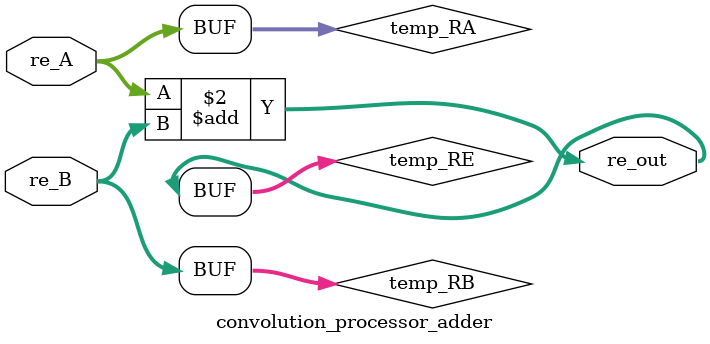
<source format=sv>
`timescale 1ns / 1ps
/*	
   ===================================================================
   Module Name  : Real adder
      
   Filename     : realAdder.v
   Type         : Verilog Module
   
   Description  : 
                  real adder with independent buses for real and imaginary parts.
                  Input    :  "DATA_WIDTH" length word in 2's complement representation.
                  Output   :  "DATA_WIDTH" length word in 2's complement representation.
                  
                  Designer must take care of overflow. 
                  We recommend to instantiate a "DATA WIDTH" length adder for "DATA WIDTH-1" length inputs.
                  
   -----------------------------------------------------------------------------
   Clocks      : -
   Reset       : -
   Parameters  :   
         NAME                         Comments                                            Default
         -------------------------------------------------------------------------------------------
         DATA_WIDTH              Number of data bits for inputs and outputs               22 
         -------------------------------------------------------------------------------------------
   Version     : 1.0
   Data        : 14 Nov 2018
   Revision    : -
   Reviser     : -		
   ------------------------------------------------------------------------------
      Modification Log "please register all the modifications in this area"
      (D/M/Y)  
      
   ----------------------
   // Instance template
   ----------------------
   realAdder
   #(
      .DATA_WIDTH    ()
   )
   "MODULE_NAME"
   (
       .re_A      (),
       .re_B      (),
       .re_out    ()
   );
*/


module convolution_processor_adder
#(
   parameter DATA_WIDTH = 22)
(
    	input logic [DATA_WIDTH-1 : 0] re_A,
	input logic  [DATA_WIDTH-1 : 0] re_B,
	output logic [DATA_WIDTH-1 : 0] re_out
);
	
	reg signed [DATA_WIDTH -1: 0] temp_RA;
	reg signed [DATA_WIDTH -1: 0] temp_RB;
	
	wire signed [DATA_WIDTH-1: 0] temp_RE;
	
	always@(re_A, re_B)
	begin
		temp_RA = re_A;
		temp_RB = re_B;
	end 
	
	assign temp_RE = temp_RA + temp_RB;
	
	assign re_out = temp_RE;
endmodule

</source>
